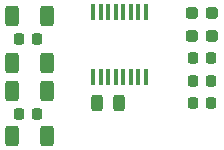
<source format=gtp>
G04 #@! TF.GenerationSoftware,KiCad,Pcbnew,(6.0.0-0)*
G04 #@! TF.CreationDate,2023-01-22T15:48:08+00:00*
G04 #@! TF.ProjectId,VR-Conditioner-MAX9926+reg,56522d43-6f6e-4646-9974-696f6e65722d,3.74*
G04 #@! TF.SameCoordinates,PX6a95280PY6f6d640*
G04 #@! TF.FileFunction,Paste,Top*
G04 #@! TF.FilePolarity,Positive*
%FSLAX46Y46*%
G04 Gerber Fmt 4.6, Leading zero omitted, Abs format (unit mm)*
G04 Created by KiCad (PCBNEW (6.0.0-0)) date 2023-01-22 15:48:08*
%MOMM*%
%LPD*%
G01*
G04 APERTURE LIST*
G04 Aperture macros list*
%AMRoundRect*
0 Rectangle with rounded corners*
0 $1 Rounding radius*
0 $2 $3 $4 $5 $6 $7 $8 $9 X,Y pos of 4 corners*
0 Add a 4 corners polygon primitive as box body*
4,1,4,$2,$3,$4,$5,$6,$7,$8,$9,$2,$3,0*
0 Add four circle primitives for the rounded corners*
1,1,$1+$1,$2,$3*
1,1,$1+$1,$4,$5*
1,1,$1+$1,$6,$7*
1,1,$1+$1,$8,$9*
0 Add four rect primitives between the rounded corners*
20,1,$1+$1,$2,$3,$4,$5,0*
20,1,$1+$1,$4,$5,$6,$7,0*
20,1,$1+$1,$6,$7,$8,$9,0*
20,1,$1+$1,$8,$9,$2,$3,0*%
G04 Aperture macros list end*
%ADD10RoundRect,0.218750X0.218750X0.256250X-0.218750X0.256250X-0.218750X-0.256250X0.218750X-0.256250X0*%
%ADD11RoundRect,0.243750X-0.243750X-0.456250X0.243750X-0.456250X0.243750X0.456250X-0.243750X0.456250X0*%
%ADD12RoundRect,0.250000X0.312500X0.625000X-0.312500X0.625000X-0.312500X-0.625000X0.312500X-0.625000X0*%
%ADD13RoundRect,0.237500X0.287500X0.237500X-0.287500X0.237500X-0.287500X-0.237500X0.287500X-0.237500X0*%
%ADD14R,0.354800X1.454899*%
G04 APERTURE END LIST*
D10*
G04 #@! TO.C,C1*
X21044000Y9144000D03*
X19469000Y9144000D03*
G04 #@! TD*
G04 #@! TO.C,C2*
X21044000Y11049000D03*
X19469000Y11049000D03*
G04 #@! TD*
G04 #@! TO.C,C3*
X21044000Y12954000D03*
X19469000Y12954000D03*
G04 #@! TD*
D11*
G04 #@! TO.C,C4*
X11381500Y9144000D03*
X13256500Y9144000D03*
G04 #@! TD*
D10*
G04 #@! TO.C,C10*
X6312000Y14541500D03*
X4737000Y14541500D03*
G04 #@! TD*
G04 #@! TO.C,C20*
X6312000Y8255000D03*
X4737000Y8255000D03*
G04 #@! TD*
D12*
G04 #@! TO.C,R22*
X4157500Y10200000D03*
X7082500Y10200000D03*
G04 #@! TD*
G04 #@! TO.C,R21*
X7082000Y6350000D03*
X4157000Y6350000D03*
G04 #@! TD*
G04 #@! TO.C,R11*
X7114000Y12573000D03*
X4189000Y12573000D03*
G04 #@! TD*
D13*
G04 #@! TO.C,R10*
X21131500Y16764000D03*
X19381500Y16764000D03*
G04 #@! TD*
G04 #@! TO.C,R20*
X21131500Y14859000D03*
X19381500Y14859000D03*
G04 #@! TD*
D14*
G04 #@! TO.C,U1*
X15494000Y16818348D03*
X14859000Y16818348D03*
X14224000Y16818348D03*
X13589000Y16818348D03*
X12954000Y16818348D03*
X12319000Y16818348D03*
X11684000Y16818348D03*
X11049000Y16818348D03*
X11049000Y11375652D03*
X11684000Y11375652D03*
X12319000Y11375652D03*
X12954000Y11375652D03*
X13589000Y11375652D03*
X14224000Y11375652D03*
X14859000Y11375652D03*
X15494000Y11375652D03*
G04 #@! TD*
D12*
G04 #@! TO.C,R12*
X7114000Y16510000D03*
X4189000Y16510000D03*
G04 #@! TD*
M02*

</source>
